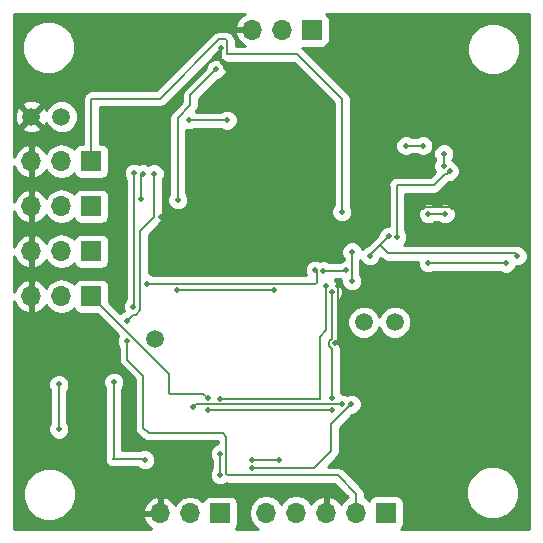
<source format=gbl>
G04 #@! TF.FileFunction,Copper,L2,Bot,Signal*
%FSLAX46Y46*%
G04 Gerber Fmt 4.6, Leading zero omitted, Abs format (unit mm)*
G04 Created by KiCad (PCBNEW 4.0.7) date 12/16/19 01:30:10*
%MOMM*%
%LPD*%
G01*
G04 APERTURE LIST*
%ADD10C,0.100000*%
%ADD11R,1.700000X1.700000*%
%ADD12O,1.700000X1.700000*%
%ADD13C,1.500000*%
%ADD14C,0.508000*%
%ADD15C,0.152400*%
%ADD16C,0.254000*%
G04 APERTURE END LIST*
D10*
D11*
X122585000Y-107550000D03*
D12*
X120045000Y-107550000D03*
X117505000Y-107550000D03*
D11*
X122585000Y-111360000D03*
D12*
X120045000Y-111360000D03*
X117505000Y-111360000D03*
D11*
X122585000Y-115170000D03*
D12*
X120045000Y-115170000D03*
X117505000Y-115170000D03*
D11*
X122585000Y-118980000D03*
D12*
X120045000Y-118980000D03*
X117505000Y-118980000D03*
D11*
X141260000Y-96430000D03*
D12*
X138720000Y-96430000D03*
X136180000Y-96430000D03*
D11*
X133485000Y-137370000D03*
D12*
X130945000Y-137370000D03*
X128405000Y-137370000D03*
D11*
X147550000Y-137325000D03*
D12*
X145010000Y-137325000D03*
X142470000Y-137325000D03*
X139930000Y-137325000D03*
X137390000Y-137325000D03*
D13*
X148275000Y-121175000D03*
X145650000Y-121175000D03*
X120050000Y-103775000D03*
X128000000Y-122625000D03*
X117500000Y-103775000D03*
D14*
X119825000Y-126450000D03*
X119825000Y-130225000D03*
X129830000Y-118440000D03*
X138010000Y-118440000D03*
X158380000Y-111450000D03*
X129840000Y-116690000D03*
X129910000Y-113300000D03*
X147250000Y-110550000D03*
X146350000Y-112150000D03*
X143250000Y-122950000D03*
X143475000Y-118125000D03*
X128800000Y-104250000D03*
X128475000Y-112300000D03*
X133600000Y-97975000D03*
X134025000Y-99675000D03*
X150650000Y-111450000D03*
X153100000Y-111400000D03*
X152410000Y-107960000D03*
X152410000Y-106900000D03*
X126780000Y-110780000D03*
X126940000Y-108600000D03*
X149225000Y-106225000D03*
X150650000Y-106225000D03*
X144650000Y-115225000D03*
X144625000Y-117675000D03*
X131225000Y-128350000D03*
X143825000Y-128125000D03*
X143775000Y-111825000D03*
X127275000Y-117925000D03*
X141525000Y-116775000D03*
X132460000Y-127620000D03*
X132430000Y-128630000D03*
X142970000Y-128640000D03*
X142970000Y-127580000D03*
X142980000Y-118610000D03*
X133150000Y-99780000D03*
X129890000Y-110800000D03*
X133480000Y-134110000D03*
X133490000Y-132310000D03*
X133490000Y-127640000D03*
X142490000Y-118090000D03*
X142200000Y-116825000D03*
X144125000Y-116800000D03*
X144575000Y-128125000D03*
X136200000Y-133550000D03*
X127920000Y-108590000D03*
X125600000Y-121070000D03*
X125610000Y-122800000D03*
X134100000Y-104075000D03*
X130825000Y-104050000D03*
X126225000Y-108575000D03*
X126125000Y-119875000D03*
X124475000Y-126275000D03*
X127125000Y-132825000D03*
X136225000Y-132850000D03*
X138500000Y-132875000D03*
X148460000Y-113940000D03*
X152910000Y-108410000D03*
X157675000Y-116200000D03*
X151100000Y-116150000D03*
X151125000Y-112000000D03*
X152550000Y-112000000D03*
X158650000Y-115550000D03*
X146175000Y-115550000D03*
X147775000Y-113900000D03*
D15*
X119825000Y-130225000D02*
X119825000Y-126450000D01*
X138010000Y-118440000D02*
X129830000Y-118440000D01*
X153100000Y-111400000D02*
X158330000Y-111400000D01*
X158330000Y-111400000D02*
X158380000Y-111450000D01*
X129910000Y-116620000D02*
X129910000Y-113300000D01*
X129840000Y-116690000D02*
X129910000Y-116620000D01*
X147250000Y-111250000D02*
X147250000Y-110550000D01*
X146350000Y-112150000D02*
X147250000Y-111250000D01*
X143500000Y-122700000D02*
X143250000Y-122950000D01*
X143500000Y-118150000D02*
X143500000Y-122700000D01*
X143475000Y-118125000D02*
X143500000Y-118150000D01*
X128800000Y-111975000D02*
X128800000Y-104250000D01*
X128475000Y-112300000D02*
X128800000Y-111975000D01*
X133600000Y-99250000D02*
X133600000Y-97975000D01*
X134025000Y-99675000D02*
X133600000Y-99250000D01*
X153050000Y-111450000D02*
X150650000Y-111450000D01*
X153100000Y-111400000D02*
X153050000Y-111450000D01*
X152410000Y-107960000D02*
X152410000Y-106900000D01*
X126780000Y-108760000D02*
X126780000Y-110780000D01*
X126940000Y-108600000D02*
X126780000Y-108760000D01*
X150650000Y-106225000D02*
X149225000Y-106225000D01*
X144650000Y-117650000D02*
X144650000Y-115225000D01*
X144625000Y-117675000D02*
X144650000Y-117650000D01*
X131225000Y-128350000D02*
X131450000Y-128125000D01*
X131450000Y-128125000D02*
X143825000Y-128125000D01*
X122585000Y-102290000D02*
X122585000Y-107550000D01*
X122625000Y-102250000D02*
X122585000Y-102290000D01*
X128375000Y-102250000D02*
X122625000Y-102250000D01*
X133400000Y-97225000D02*
X128375000Y-102250000D01*
X133950000Y-97225000D02*
X133400000Y-97225000D01*
X134100000Y-97375000D02*
X133950000Y-97225000D01*
X134100000Y-98475000D02*
X134100000Y-97375000D01*
X134125000Y-98500000D02*
X134100000Y-98475000D01*
X140025000Y-98500000D02*
X134125000Y-98500000D01*
X143825000Y-102300000D02*
X140025000Y-98500000D01*
X143825000Y-111775000D02*
X143825000Y-102300000D01*
X143775000Y-111825000D02*
X143825000Y-111775000D01*
X141550000Y-117925000D02*
X127275000Y-117925000D01*
X141650000Y-117825000D02*
X141550000Y-117925000D01*
X141650000Y-116900000D02*
X141650000Y-117825000D01*
X141525000Y-116775000D02*
X141650000Y-116900000D01*
X129200000Y-125595000D02*
X122585000Y-118980000D01*
X129200000Y-127180000D02*
X129200000Y-125595000D01*
X129260000Y-127240000D02*
X129200000Y-127180000D01*
X132080000Y-127240000D02*
X129260000Y-127240000D01*
X132460000Y-127620000D02*
X132080000Y-127240000D01*
X142960000Y-128630000D02*
X132430000Y-128630000D01*
X142970000Y-128640000D02*
X142960000Y-128630000D01*
X142970000Y-123440000D02*
X142970000Y-127580000D01*
X142740000Y-123210000D02*
X142970000Y-123440000D01*
X142740000Y-122750000D02*
X142740000Y-123210000D01*
X142920000Y-122570000D02*
X142740000Y-122750000D01*
X142920000Y-118670000D02*
X142920000Y-122570000D01*
X142980000Y-118610000D02*
X142920000Y-118670000D01*
X130980000Y-101950000D02*
X133150000Y-99780000D01*
X130980000Y-102790000D02*
X130980000Y-101950000D01*
X129890000Y-103880000D02*
X130980000Y-102790000D01*
X129890000Y-110800000D02*
X129890000Y-103880000D01*
X133480000Y-132320000D02*
X133480000Y-134110000D01*
X133490000Y-132310000D02*
X133480000Y-132320000D01*
X141920000Y-127640000D02*
X133490000Y-127640000D01*
X141950000Y-127610000D02*
X141920000Y-127640000D01*
X141950000Y-122400000D02*
X141950000Y-127610000D01*
X142470000Y-121880000D02*
X141950000Y-122400000D01*
X142470000Y-118110000D02*
X142470000Y-121880000D01*
X142490000Y-118090000D02*
X142470000Y-118110000D01*
X142200000Y-116825000D02*
X144150000Y-116825000D01*
X144150000Y-116825000D02*
X144125000Y-116800000D01*
X144575000Y-128125000D02*
X142900000Y-129800000D01*
X142900000Y-129800000D02*
X142900000Y-132125000D01*
X142900000Y-132125000D02*
X141475000Y-133550000D01*
X141475000Y-133550000D02*
X136200000Y-133550000D01*
X145010000Y-137325000D02*
X145010000Y-135700000D01*
X127920000Y-112300000D02*
X127920000Y-108590000D01*
X126740000Y-113480000D02*
X127920000Y-112300000D01*
X126740000Y-120180000D02*
X126740000Y-113480000D01*
X126390000Y-120530000D02*
X126740000Y-120180000D01*
X126140000Y-120530000D02*
X126390000Y-120530000D01*
X125600000Y-121070000D02*
X126140000Y-120530000D01*
X125610000Y-124340000D02*
X125610000Y-122800000D01*
X126980000Y-125710000D02*
X125610000Y-124340000D01*
X126980000Y-130100000D02*
X126980000Y-125710000D01*
X127440000Y-130560000D02*
X126980000Y-130100000D01*
X133710000Y-130560000D02*
X127440000Y-130560000D01*
X134010000Y-130860000D02*
X133710000Y-130560000D01*
X134010000Y-133990000D02*
X134010000Y-130860000D01*
X134160000Y-134140000D02*
X134010000Y-133990000D01*
X143450000Y-134140000D02*
X134160000Y-134140000D01*
X145010000Y-135700000D02*
X143450000Y-134140000D01*
X130850000Y-104075000D02*
X134100000Y-104075000D01*
X130825000Y-104050000D02*
X130850000Y-104075000D01*
X126225000Y-119775000D02*
X126225000Y-108575000D01*
X126125000Y-119875000D02*
X126225000Y-119775000D01*
X124475000Y-132700000D02*
X124475000Y-126275000D01*
X124425000Y-132750000D02*
X124475000Y-132700000D01*
X127050000Y-132750000D02*
X124425000Y-132750000D01*
X127125000Y-132825000D02*
X127050000Y-132750000D01*
X138475000Y-132850000D02*
X136225000Y-132850000D01*
X138500000Y-132875000D02*
X138475000Y-132850000D01*
X148460000Y-109610000D02*
X148460000Y-113940000D01*
X148430000Y-109580000D02*
X148460000Y-109610000D01*
X151590000Y-109580000D02*
X148430000Y-109580000D01*
X152570000Y-108600000D02*
X151590000Y-109580000D01*
X152720000Y-108600000D02*
X152570000Y-108600000D01*
X152910000Y-108410000D02*
X152720000Y-108600000D01*
X151150000Y-116200000D02*
X157675000Y-116200000D01*
X151100000Y-116150000D02*
X151150000Y-116200000D01*
X152550000Y-112000000D02*
X151125000Y-112000000D01*
X147012500Y-114662500D02*
X147700000Y-115350000D01*
X158450000Y-115350000D02*
X158650000Y-115550000D01*
X147700000Y-115350000D02*
X158450000Y-115350000D01*
X146175000Y-115500000D02*
X146175000Y-115550000D01*
X147775000Y-113900000D02*
X147012500Y-114662500D01*
X147012500Y-114662500D02*
X146175000Y-115500000D01*
D16*
G36*
X135413076Y-95158355D02*
X134984817Y-95548642D01*
X134738514Y-96073108D01*
X134859181Y-96303000D01*
X136053000Y-96303000D01*
X136053000Y-96283000D01*
X136307000Y-96283000D01*
X136307000Y-96303000D01*
X136327000Y-96303000D01*
X136327000Y-96557000D01*
X136307000Y-96557000D01*
X136307000Y-96577000D01*
X136053000Y-96577000D01*
X136053000Y-96557000D01*
X134859181Y-96557000D01*
X134738514Y-96786892D01*
X134984817Y-97311358D01*
X135413076Y-97701645D01*
X135623500Y-97788800D01*
X134811200Y-97788800D01*
X134811200Y-97375000D01*
X134757063Y-97102836D01*
X134757063Y-97102835D01*
X134602894Y-96872106D01*
X134452894Y-96722106D01*
X134222165Y-96567937D01*
X133950000Y-96513800D01*
X133400000Y-96513800D01*
X133182820Y-96557000D01*
X133127835Y-96567937D01*
X132897106Y-96722106D01*
X128080412Y-101538800D01*
X122625000Y-101538800D01*
X122352836Y-101592937D01*
X122122106Y-101747105D01*
X122082106Y-101787106D01*
X121927937Y-102017835D01*
X121874376Y-102287106D01*
X121873800Y-102290000D01*
X121873800Y-106052560D01*
X121735000Y-106052560D01*
X121499683Y-106096838D01*
X121283559Y-106235910D01*
X121138569Y-106448110D01*
X121124914Y-106515541D01*
X121095054Y-106470853D01*
X120613285Y-106148946D01*
X120045000Y-106035907D01*
X119476715Y-106148946D01*
X118994946Y-106470853D01*
X118767298Y-106811553D01*
X118700183Y-106668642D01*
X118271924Y-106278355D01*
X117861890Y-106108524D01*
X117632000Y-106229845D01*
X117632000Y-107423000D01*
X117652000Y-107423000D01*
X117652000Y-107677000D01*
X117632000Y-107677000D01*
X117632000Y-108870155D01*
X117861890Y-108991476D01*
X118271924Y-108821645D01*
X118700183Y-108431358D01*
X118767298Y-108288447D01*
X118994946Y-108629147D01*
X119476715Y-108951054D01*
X120045000Y-109064093D01*
X120613285Y-108951054D01*
X121095054Y-108629147D01*
X121122850Y-108587548D01*
X121131838Y-108635317D01*
X121270910Y-108851441D01*
X121483110Y-108996431D01*
X121735000Y-109047440D01*
X123435000Y-109047440D01*
X123670317Y-109003162D01*
X123886441Y-108864090D01*
X124031431Y-108651890D01*
X124082440Y-108400000D01*
X124082440Y-106700000D01*
X124038162Y-106464683D01*
X123899090Y-106248559D01*
X123686890Y-106103569D01*
X123435000Y-106052560D01*
X123296200Y-106052560D01*
X123296200Y-102961200D01*
X128375000Y-102961200D01*
X128647165Y-102907063D01*
X128877894Y-102752894D01*
X133388800Y-98241988D01*
X133388800Y-98475000D01*
X133442937Y-98747165D01*
X133597106Y-98977894D01*
X133622105Y-99002894D01*
X133776274Y-99105906D01*
X133852836Y-99157063D01*
X134125000Y-99211200D01*
X139730412Y-99211200D01*
X143113800Y-102594589D01*
X143113800Y-111228907D01*
X143021782Y-111320764D01*
X142886154Y-111647391D01*
X142885846Y-112001057D01*
X143020903Y-112327920D01*
X143270764Y-112578218D01*
X143597391Y-112713846D01*
X143951057Y-112714154D01*
X144277920Y-112579097D01*
X144528218Y-112329236D01*
X144663846Y-112002609D01*
X144664154Y-111648943D01*
X144536200Y-111339271D01*
X144536200Y-106401057D01*
X148335846Y-106401057D01*
X148470903Y-106727920D01*
X148720764Y-106978218D01*
X149047391Y-107113846D01*
X149401057Y-107114154D01*
X149727920Y-106979097D01*
X149770892Y-106936200D01*
X150103819Y-106936200D01*
X150145764Y-106978218D01*
X150472391Y-107113846D01*
X150826057Y-107114154D01*
X151152920Y-106979097D01*
X151403218Y-106729236D01*
X151538846Y-106402609D01*
X151539154Y-106048943D01*
X151404097Y-105722080D01*
X151154236Y-105471782D01*
X150827609Y-105336154D01*
X150473943Y-105335846D01*
X150147080Y-105470903D01*
X150104108Y-105513800D01*
X149771181Y-105513800D01*
X149729236Y-105471782D01*
X149402609Y-105336154D01*
X149048943Y-105335846D01*
X148722080Y-105470903D01*
X148471782Y-105720764D01*
X148336154Y-106047391D01*
X148335846Y-106401057D01*
X144536200Y-106401057D01*
X144536200Y-102300000D01*
X144482063Y-102027836D01*
X144448654Y-101977836D01*
X144327895Y-101797106D01*
X141013408Y-98482619D01*
X154374613Y-98482619D01*
X154714155Y-99304372D01*
X155342321Y-99933636D01*
X156163481Y-100274611D01*
X157052619Y-100275387D01*
X157874372Y-99935845D01*
X158503636Y-99307679D01*
X158844611Y-98486519D01*
X158845387Y-97597381D01*
X158505845Y-96775628D01*
X157877679Y-96146364D01*
X157056519Y-95805389D01*
X156167381Y-95804613D01*
X155345628Y-96144155D01*
X154716364Y-96772321D01*
X154375389Y-97593481D01*
X154374613Y-98482619D01*
X141013408Y-98482619D01*
X140527894Y-97997106D01*
X140423632Y-97927440D01*
X142110000Y-97927440D01*
X142345317Y-97883162D01*
X142561441Y-97744090D01*
X142706431Y-97531890D01*
X142757440Y-97280000D01*
X142757440Y-95580000D01*
X142713162Y-95344683D01*
X142574090Y-95128559D01*
X142488386Y-95070000D01*
X159655000Y-95070000D01*
X159655000Y-138650000D01*
X148834486Y-138650000D01*
X148851441Y-138639090D01*
X148996431Y-138426890D01*
X149047440Y-138175000D01*
X149047440Y-136475000D01*
X149003162Y-136239683D01*
X148889225Y-136062619D01*
X154324613Y-136062619D01*
X154664155Y-136884372D01*
X155292321Y-137513636D01*
X156113481Y-137854611D01*
X157002619Y-137855387D01*
X157824372Y-137515845D01*
X158453636Y-136887679D01*
X158794611Y-136066519D01*
X158795387Y-135177381D01*
X158455845Y-134355628D01*
X157827679Y-133726364D01*
X157006519Y-133385389D01*
X156117381Y-133384613D01*
X155295628Y-133724155D01*
X154666364Y-134352321D01*
X154325389Y-135173481D01*
X154324613Y-136062619D01*
X148889225Y-136062619D01*
X148864090Y-136023559D01*
X148651890Y-135878569D01*
X148400000Y-135827560D01*
X146700000Y-135827560D01*
X146464683Y-135871838D01*
X146248559Y-136010910D01*
X146103569Y-136223110D01*
X146089914Y-136290541D01*
X146060054Y-136245853D01*
X145721200Y-136019439D01*
X145721200Y-135700000D01*
X145667063Y-135427836D01*
X145667063Y-135427835D01*
X145512894Y-135197106D01*
X143952894Y-133637106D01*
X143722165Y-133482937D01*
X143450000Y-133428800D01*
X142601988Y-133428800D01*
X143402894Y-132627895D01*
X143557062Y-132397165D01*
X143557063Y-132397164D01*
X143611200Y-132125000D01*
X143611200Y-130094588D01*
X144691686Y-129014102D01*
X144751057Y-129014154D01*
X145077920Y-128879097D01*
X145328218Y-128629236D01*
X145463846Y-128302609D01*
X145464154Y-127948943D01*
X145329097Y-127622080D01*
X145079236Y-127371782D01*
X144752609Y-127236154D01*
X144398943Y-127235846D01*
X144199915Y-127318083D01*
X144002609Y-127236154D01*
X143789748Y-127235969D01*
X143724097Y-127077080D01*
X143681200Y-127034108D01*
X143681200Y-123440000D01*
X143627063Y-123167836D01*
X143627063Y-123167835D01*
X143493260Y-122967585D01*
X143577062Y-122842165D01*
X143577063Y-122842164D01*
X143631200Y-122570000D01*
X143631200Y-121449285D01*
X144264760Y-121449285D01*
X144475169Y-121958515D01*
X144864436Y-122348461D01*
X145373298Y-122559759D01*
X145924285Y-122560240D01*
X146433515Y-122349831D01*
X146823461Y-121960564D01*
X146962581Y-121625526D01*
X147100169Y-121958515D01*
X147489436Y-122348461D01*
X147998298Y-122559759D01*
X148549285Y-122560240D01*
X149058515Y-122349831D01*
X149448461Y-121960564D01*
X149659759Y-121451702D01*
X149660240Y-120900715D01*
X149449831Y-120391485D01*
X149060564Y-120001539D01*
X148551702Y-119790241D01*
X148000715Y-119789760D01*
X147491485Y-120000169D01*
X147101539Y-120389436D01*
X146962419Y-120724474D01*
X146824831Y-120391485D01*
X146435564Y-120001539D01*
X145926702Y-119790241D01*
X145375715Y-119789760D01*
X144866485Y-120000169D01*
X144476539Y-120389436D01*
X144265241Y-120898298D01*
X144264760Y-121449285D01*
X143631200Y-121449285D01*
X143631200Y-119216076D01*
X143733218Y-119114236D01*
X143868846Y-118787609D01*
X143869154Y-118433943D01*
X143734097Y-118107080D01*
X143484236Y-117856782D01*
X143328881Y-117792273D01*
X143244097Y-117587080D01*
X143193306Y-117536200D01*
X143603776Y-117536200D01*
X143620764Y-117553218D01*
X143736064Y-117601095D01*
X143735846Y-117851057D01*
X143870903Y-118177920D01*
X144120764Y-118428218D01*
X144447391Y-118563846D01*
X144801057Y-118564154D01*
X145127920Y-118429097D01*
X145378218Y-118179236D01*
X145513846Y-117852609D01*
X145514154Y-117498943D01*
X145379097Y-117172080D01*
X145361200Y-117154152D01*
X145361200Y-115908428D01*
X145420903Y-116052920D01*
X145670764Y-116303218D01*
X145997391Y-116438846D01*
X146351057Y-116439154D01*
X146677920Y-116304097D01*
X146928218Y-116054236D01*
X147063846Y-115727609D01*
X147063853Y-115719641D01*
X147197106Y-115852894D01*
X147427835Y-116007063D01*
X147700000Y-116061200D01*
X150211077Y-116061200D01*
X150210846Y-116326057D01*
X150345903Y-116652920D01*
X150595764Y-116903218D01*
X150922391Y-117038846D01*
X151276057Y-117039154D01*
X151585729Y-116911200D01*
X157128819Y-116911200D01*
X157170764Y-116953218D01*
X157497391Y-117088846D01*
X157851057Y-117089154D01*
X158177920Y-116954097D01*
X158428218Y-116704236D01*
X158538394Y-116438903D01*
X158826057Y-116439154D01*
X159152920Y-116304097D01*
X159403218Y-116054236D01*
X159538846Y-115727609D01*
X159539154Y-115373943D01*
X159404097Y-115047080D01*
X159154236Y-114796782D01*
X158827609Y-114661154D01*
X158561215Y-114660922D01*
X158450000Y-114638800D01*
X149018314Y-114638800D01*
X149213218Y-114444236D01*
X149348846Y-114117609D01*
X149349154Y-113763943D01*
X149214097Y-113437080D01*
X149171200Y-113394108D01*
X149171200Y-112176057D01*
X150235846Y-112176057D01*
X150370903Y-112502920D01*
X150620764Y-112753218D01*
X150947391Y-112888846D01*
X151301057Y-112889154D01*
X151627920Y-112754097D01*
X151670892Y-112711200D01*
X152003819Y-112711200D01*
X152045764Y-112753218D01*
X152372391Y-112888846D01*
X152726057Y-112889154D01*
X153052920Y-112754097D01*
X153303218Y-112504236D01*
X153438846Y-112177609D01*
X153439154Y-111823943D01*
X153304097Y-111497080D01*
X153054236Y-111246782D01*
X152727609Y-111111154D01*
X152373943Y-111110846D01*
X152047080Y-111245903D01*
X152004108Y-111288800D01*
X151671181Y-111288800D01*
X151629236Y-111246782D01*
X151302609Y-111111154D01*
X150948943Y-111110846D01*
X150622080Y-111245903D01*
X150371782Y-111495764D01*
X150236154Y-111822391D01*
X150235846Y-112176057D01*
X149171200Y-112176057D01*
X149171200Y-110291200D01*
X151590000Y-110291200D01*
X151862165Y-110237063D01*
X152092894Y-110082894D01*
X152876817Y-109298972D01*
X153086057Y-109299154D01*
X153412920Y-109164097D01*
X153663218Y-108914236D01*
X153798846Y-108587609D01*
X153799154Y-108233943D01*
X153664097Y-107907080D01*
X153414236Y-107656782D01*
X153211896Y-107572763D01*
X153164097Y-107457080D01*
X153137236Y-107430172D01*
X153163218Y-107404236D01*
X153298846Y-107077609D01*
X153299154Y-106723943D01*
X153164097Y-106397080D01*
X152914236Y-106146782D01*
X152587609Y-106011154D01*
X152233943Y-106010846D01*
X151907080Y-106145903D01*
X151656782Y-106395764D01*
X151521154Y-106722391D01*
X151520846Y-107076057D01*
X151655903Y-107402920D01*
X151682764Y-107429828D01*
X151656782Y-107455764D01*
X151521154Y-107782391D01*
X151520846Y-108136057D01*
X151655903Y-108462920D01*
X151678577Y-108485634D01*
X151295412Y-108868800D01*
X148430000Y-108868800D01*
X148157835Y-108922937D01*
X147927106Y-109077106D01*
X147772937Y-109307835D01*
X147718800Y-109580000D01*
X147748800Y-109730820D01*
X147748800Y-113010977D01*
X147598943Y-113010846D01*
X147272080Y-113145903D01*
X147021782Y-113395764D01*
X146886154Y-113722391D01*
X146886101Y-113783111D01*
X146008358Y-114660854D01*
X145998943Y-114660846D01*
X145672080Y-114795903D01*
X145503949Y-114963740D01*
X145404097Y-114722080D01*
X145154236Y-114471782D01*
X144827609Y-114336154D01*
X144473943Y-114335846D01*
X144147080Y-114470903D01*
X143896782Y-114720764D01*
X143761154Y-115047391D01*
X143760846Y-115401057D01*
X143895903Y-115727920D01*
X143938800Y-115770892D01*
X143938800Y-115915037D01*
X143622080Y-116045903D01*
X143554064Y-116113800D01*
X142746181Y-116113800D01*
X142704236Y-116071782D01*
X142377609Y-115936154D01*
X142023943Y-115935846D01*
X141922862Y-115977612D01*
X141702609Y-115886154D01*
X141348943Y-115885846D01*
X141022080Y-116020903D01*
X140771782Y-116270764D01*
X140636154Y-116597391D01*
X140635846Y-116951057D01*
X140744409Y-117213800D01*
X127821181Y-117213800D01*
X127779236Y-117171782D01*
X127452609Y-117036154D01*
X127451200Y-117036153D01*
X127451200Y-113774588D01*
X128422894Y-112802894D01*
X128577063Y-112572165D01*
X128631200Y-112300000D01*
X128631200Y-110976057D01*
X129000846Y-110976057D01*
X129135903Y-111302920D01*
X129385764Y-111553218D01*
X129712391Y-111688846D01*
X130066057Y-111689154D01*
X130392920Y-111554097D01*
X130643218Y-111304236D01*
X130778846Y-110977609D01*
X130779154Y-110623943D01*
X130644097Y-110297080D01*
X130601200Y-110254108D01*
X130601200Y-104919666D01*
X130647391Y-104938846D01*
X131001057Y-104939154D01*
X131327920Y-104804097D01*
X131345848Y-104786200D01*
X133553819Y-104786200D01*
X133595764Y-104828218D01*
X133922391Y-104963846D01*
X134276057Y-104964154D01*
X134602920Y-104829097D01*
X134853218Y-104579236D01*
X134988846Y-104252609D01*
X134989154Y-103898943D01*
X134854097Y-103572080D01*
X134604236Y-103321782D01*
X134277609Y-103186154D01*
X133923943Y-103185846D01*
X133597080Y-103320903D01*
X133554108Y-103363800D01*
X131411988Y-103363800D01*
X131482894Y-103292894D01*
X131637063Y-103062165D01*
X131691200Y-102790000D01*
X131691200Y-102244588D01*
X133266687Y-100669102D01*
X133326057Y-100669154D01*
X133652920Y-100534097D01*
X133903218Y-100284236D01*
X134038846Y-99957609D01*
X134039154Y-99603943D01*
X133904097Y-99277080D01*
X133654236Y-99026782D01*
X133327609Y-98891154D01*
X132973943Y-98890846D01*
X132647080Y-99025903D01*
X132396782Y-99275764D01*
X132261154Y-99602391D01*
X132261101Y-99663110D01*
X130477106Y-101447106D01*
X130322937Y-101677835D01*
X130322937Y-101677836D01*
X130268800Y-101950000D01*
X130268800Y-102495412D01*
X129387106Y-103377106D01*
X129232937Y-103607835D01*
X129232937Y-103607836D01*
X129178800Y-103880000D01*
X129178800Y-110253819D01*
X129136782Y-110295764D01*
X129001154Y-110622391D01*
X129000846Y-110976057D01*
X128631200Y-110976057D01*
X128631200Y-109136181D01*
X128673218Y-109094236D01*
X128808846Y-108767609D01*
X128809154Y-108413943D01*
X128674097Y-108087080D01*
X128424236Y-107836782D01*
X128097609Y-107701154D01*
X127743943Y-107700846D01*
X127417559Y-107835705D01*
X127117609Y-107711154D01*
X126763943Y-107710846D01*
X126612635Y-107773365D01*
X126402609Y-107686154D01*
X126048943Y-107685846D01*
X125722080Y-107820903D01*
X125471782Y-108070764D01*
X125336154Y-108397391D01*
X125335846Y-108751057D01*
X125470903Y-109077920D01*
X125513800Y-109120892D01*
X125513800Y-119228994D01*
X125371782Y-119370764D01*
X125236154Y-119697391D01*
X125235846Y-120051057D01*
X125309083Y-120228305D01*
X125097080Y-120315903D01*
X125011811Y-120401023D01*
X124082440Y-119471652D01*
X124082440Y-118130000D01*
X124038162Y-117894683D01*
X123899090Y-117678559D01*
X123686890Y-117533569D01*
X123435000Y-117482560D01*
X121735000Y-117482560D01*
X121499683Y-117526838D01*
X121283559Y-117665910D01*
X121138569Y-117878110D01*
X121124914Y-117945541D01*
X121095054Y-117900853D01*
X120613285Y-117578946D01*
X120045000Y-117465907D01*
X119476715Y-117578946D01*
X118994946Y-117900853D01*
X118767298Y-118241553D01*
X118700183Y-118098642D01*
X118271924Y-117708355D01*
X117861890Y-117538524D01*
X117632000Y-117659845D01*
X117632000Y-118853000D01*
X117652000Y-118853000D01*
X117652000Y-119107000D01*
X117632000Y-119107000D01*
X117632000Y-120300155D01*
X117861890Y-120421476D01*
X118271924Y-120251645D01*
X118700183Y-119861358D01*
X118767298Y-119718447D01*
X118994946Y-120059147D01*
X119476715Y-120381054D01*
X120045000Y-120494093D01*
X120613285Y-120381054D01*
X121095054Y-120059147D01*
X121122850Y-120017548D01*
X121131838Y-120065317D01*
X121270910Y-120281441D01*
X121483110Y-120426431D01*
X121735000Y-120477440D01*
X123076652Y-120477440D01*
X124875895Y-122276684D01*
X124856782Y-122295764D01*
X124721154Y-122622391D01*
X124720846Y-122976057D01*
X124855903Y-123302920D01*
X124898800Y-123345892D01*
X124898800Y-124340000D01*
X124952937Y-124612165D01*
X125107106Y-124842894D01*
X126268800Y-126004589D01*
X126268800Y-130100000D01*
X126322937Y-130372165D01*
X126477106Y-130602894D01*
X126937105Y-131062894D01*
X127167835Y-131217063D01*
X127212990Y-131226045D01*
X127440000Y-131271200D01*
X133298800Y-131271200D01*
X133298800Y-131427103D01*
X132987080Y-131555903D01*
X132736782Y-131805764D01*
X132601154Y-132132391D01*
X132600846Y-132486057D01*
X132735903Y-132812920D01*
X132768800Y-132845875D01*
X132768800Y-133563819D01*
X132726782Y-133605764D01*
X132591154Y-133932391D01*
X132590846Y-134286057D01*
X132725903Y-134612920D01*
X132975764Y-134863218D01*
X133302391Y-134998846D01*
X133656057Y-134999154D01*
X133982920Y-134864097D01*
X134023115Y-134823972D01*
X134160000Y-134851200D01*
X143155412Y-134851200D01*
X144298800Y-135994588D01*
X144298800Y-136019439D01*
X143959946Y-136245853D01*
X143732298Y-136586553D01*
X143665183Y-136443642D01*
X143236924Y-136053355D01*
X142826890Y-135883524D01*
X142597000Y-136004845D01*
X142597000Y-137198000D01*
X142617000Y-137198000D01*
X142617000Y-137452000D01*
X142597000Y-137452000D01*
X142597000Y-137472000D01*
X142343000Y-137472000D01*
X142343000Y-137452000D01*
X142323000Y-137452000D01*
X142323000Y-137198000D01*
X142343000Y-137198000D01*
X142343000Y-136004845D01*
X142113110Y-135883524D01*
X141703076Y-136053355D01*
X141274817Y-136443642D01*
X141207702Y-136586553D01*
X140980054Y-136245853D01*
X140498285Y-135923946D01*
X139930000Y-135810907D01*
X139361715Y-135923946D01*
X138879946Y-136245853D01*
X138660000Y-136575026D01*
X138440054Y-136245853D01*
X137958285Y-135923946D01*
X137390000Y-135810907D01*
X136821715Y-135923946D01*
X136339946Y-136245853D01*
X136018039Y-136727622D01*
X135905000Y-137295907D01*
X135905000Y-137354093D01*
X136018039Y-137922378D01*
X136339946Y-138404147D01*
X136707892Y-138650000D01*
X134809734Y-138650000D01*
X134931431Y-138471890D01*
X134982440Y-138220000D01*
X134982440Y-136520000D01*
X134938162Y-136284683D01*
X134799090Y-136068559D01*
X134586890Y-135923569D01*
X134335000Y-135872560D01*
X132635000Y-135872560D01*
X132399683Y-135916838D01*
X132183559Y-136055910D01*
X132038569Y-136268110D01*
X132024914Y-136335541D01*
X131995054Y-136290853D01*
X131513285Y-135968946D01*
X130945000Y-135855907D01*
X130376715Y-135968946D01*
X129894946Y-136290853D01*
X129667298Y-136631553D01*
X129600183Y-136488642D01*
X129171924Y-136098355D01*
X128761890Y-135928524D01*
X128532000Y-136049845D01*
X128532000Y-137243000D01*
X128552000Y-137243000D01*
X128552000Y-137497000D01*
X128532000Y-137497000D01*
X128532000Y-137517000D01*
X128278000Y-137517000D01*
X128278000Y-137497000D01*
X127084181Y-137497000D01*
X126963514Y-137726892D01*
X127209817Y-138251358D01*
X127638076Y-138641645D01*
X127658248Y-138650000D01*
X116075000Y-138650000D01*
X116075000Y-136182619D01*
X116784613Y-136182619D01*
X117124155Y-137004372D01*
X117752321Y-137633636D01*
X118573481Y-137974611D01*
X119462619Y-137975387D01*
X120284372Y-137635845D01*
X120908197Y-137013108D01*
X126963514Y-137013108D01*
X127084181Y-137243000D01*
X128278000Y-137243000D01*
X128278000Y-136049845D01*
X128048110Y-135928524D01*
X127638076Y-136098355D01*
X127209817Y-136488642D01*
X126963514Y-137013108D01*
X120908197Y-137013108D01*
X120913636Y-137007679D01*
X121254611Y-136186519D01*
X121255387Y-135297381D01*
X120915845Y-134475628D01*
X120287679Y-133846364D01*
X119466519Y-133505389D01*
X118577381Y-133504613D01*
X117755628Y-133844155D01*
X117126364Y-134472321D01*
X116785389Y-135293481D01*
X116784613Y-136182619D01*
X116075000Y-136182619D01*
X116075000Y-126626057D01*
X118935846Y-126626057D01*
X119070903Y-126952920D01*
X119113800Y-126995892D01*
X119113800Y-129678819D01*
X119071782Y-129720764D01*
X118936154Y-130047391D01*
X118935846Y-130401057D01*
X119070903Y-130727920D01*
X119320764Y-130978218D01*
X119647391Y-131113846D01*
X120001057Y-131114154D01*
X120327920Y-130979097D01*
X120578218Y-130729236D01*
X120713846Y-130402609D01*
X120714154Y-130048943D01*
X120579097Y-129722080D01*
X120536200Y-129679108D01*
X120536200Y-126996181D01*
X120578218Y-126954236D01*
X120713846Y-126627609D01*
X120713999Y-126451057D01*
X123585846Y-126451057D01*
X123720903Y-126777920D01*
X123763800Y-126820892D01*
X123763800Y-132498633D01*
X123713800Y-132750000D01*
X123767937Y-133022165D01*
X123922106Y-133252894D01*
X124152835Y-133407063D01*
X124425000Y-133461200D01*
X126503950Y-133461200D01*
X126620764Y-133578218D01*
X126947391Y-133713846D01*
X127301057Y-133714154D01*
X127627920Y-133579097D01*
X127878218Y-133329236D01*
X128013846Y-133002609D01*
X128014154Y-132648943D01*
X127879097Y-132322080D01*
X127629236Y-132071782D01*
X127302609Y-131936154D01*
X126948943Y-131935846D01*
X126699775Y-132038800D01*
X125186200Y-132038800D01*
X125186200Y-126821181D01*
X125228218Y-126779236D01*
X125363846Y-126452609D01*
X125364154Y-126098943D01*
X125229097Y-125772080D01*
X124979236Y-125521782D01*
X124652609Y-125386154D01*
X124298943Y-125385846D01*
X123972080Y-125520903D01*
X123721782Y-125770764D01*
X123586154Y-126097391D01*
X123585846Y-126451057D01*
X120713999Y-126451057D01*
X120714154Y-126273943D01*
X120579097Y-125947080D01*
X120329236Y-125696782D01*
X120002609Y-125561154D01*
X119648943Y-125560846D01*
X119322080Y-125695903D01*
X119071782Y-125945764D01*
X118936154Y-126272391D01*
X118935846Y-126626057D01*
X116075000Y-126626057D01*
X116075000Y-119361350D01*
X116309817Y-119861358D01*
X116738076Y-120251645D01*
X117148110Y-120421476D01*
X117378000Y-120300155D01*
X117378000Y-119107000D01*
X117358000Y-119107000D01*
X117358000Y-118853000D01*
X117378000Y-118853000D01*
X117378000Y-117659845D01*
X117148110Y-117538524D01*
X116738076Y-117708355D01*
X116309817Y-118098642D01*
X116075000Y-118598650D01*
X116075000Y-115551350D01*
X116309817Y-116051358D01*
X116738076Y-116441645D01*
X117148110Y-116611476D01*
X117378000Y-116490155D01*
X117378000Y-115297000D01*
X117358000Y-115297000D01*
X117358000Y-115043000D01*
X117378000Y-115043000D01*
X117378000Y-113849845D01*
X117632000Y-113849845D01*
X117632000Y-115043000D01*
X117652000Y-115043000D01*
X117652000Y-115297000D01*
X117632000Y-115297000D01*
X117632000Y-116490155D01*
X117861890Y-116611476D01*
X118271924Y-116441645D01*
X118700183Y-116051358D01*
X118767298Y-115908447D01*
X118994946Y-116249147D01*
X119476715Y-116571054D01*
X120045000Y-116684093D01*
X120613285Y-116571054D01*
X121095054Y-116249147D01*
X121122850Y-116207548D01*
X121131838Y-116255317D01*
X121270910Y-116471441D01*
X121483110Y-116616431D01*
X121735000Y-116667440D01*
X123435000Y-116667440D01*
X123670317Y-116623162D01*
X123886441Y-116484090D01*
X124031431Y-116271890D01*
X124082440Y-116020000D01*
X124082440Y-114320000D01*
X124038162Y-114084683D01*
X123899090Y-113868559D01*
X123686890Y-113723569D01*
X123435000Y-113672560D01*
X121735000Y-113672560D01*
X121499683Y-113716838D01*
X121283559Y-113855910D01*
X121138569Y-114068110D01*
X121124914Y-114135541D01*
X121095054Y-114090853D01*
X120613285Y-113768946D01*
X120045000Y-113655907D01*
X119476715Y-113768946D01*
X118994946Y-114090853D01*
X118767298Y-114431553D01*
X118700183Y-114288642D01*
X118271924Y-113898355D01*
X117861890Y-113728524D01*
X117632000Y-113849845D01*
X117378000Y-113849845D01*
X117148110Y-113728524D01*
X116738076Y-113898355D01*
X116309817Y-114288642D01*
X116075000Y-114788650D01*
X116075000Y-111741350D01*
X116309817Y-112241358D01*
X116738076Y-112631645D01*
X117148110Y-112801476D01*
X117378000Y-112680155D01*
X117378000Y-111487000D01*
X117358000Y-111487000D01*
X117358000Y-111233000D01*
X117378000Y-111233000D01*
X117378000Y-110039845D01*
X117632000Y-110039845D01*
X117632000Y-111233000D01*
X117652000Y-111233000D01*
X117652000Y-111487000D01*
X117632000Y-111487000D01*
X117632000Y-112680155D01*
X117861890Y-112801476D01*
X118271924Y-112631645D01*
X118700183Y-112241358D01*
X118767298Y-112098447D01*
X118994946Y-112439147D01*
X119476715Y-112761054D01*
X120045000Y-112874093D01*
X120613285Y-112761054D01*
X121095054Y-112439147D01*
X121122850Y-112397548D01*
X121131838Y-112445317D01*
X121270910Y-112661441D01*
X121483110Y-112806431D01*
X121735000Y-112857440D01*
X123435000Y-112857440D01*
X123670317Y-112813162D01*
X123886441Y-112674090D01*
X124031431Y-112461890D01*
X124082440Y-112210000D01*
X124082440Y-110510000D01*
X124038162Y-110274683D01*
X123899090Y-110058559D01*
X123686890Y-109913569D01*
X123435000Y-109862560D01*
X121735000Y-109862560D01*
X121499683Y-109906838D01*
X121283559Y-110045910D01*
X121138569Y-110258110D01*
X121124914Y-110325541D01*
X121095054Y-110280853D01*
X120613285Y-109958946D01*
X120045000Y-109845907D01*
X119476715Y-109958946D01*
X118994946Y-110280853D01*
X118767298Y-110621553D01*
X118700183Y-110478642D01*
X118271924Y-110088355D01*
X117861890Y-109918524D01*
X117632000Y-110039845D01*
X117378000Y-110039845D01*
X117148110Y-109918524D01*
X116738076Y-110088355D01*
X116309817Y-110478642D01*
X116075000Y-110978650D01*
X116075000Y-107931350D01*
X116309817Y-108431358D01*
X116738076Y-108821645D01*
X117148110Y-108991476D01*
X117378000Y-108870155D01*
X117378000Y-107677000D01*
X117358000Y-107677000D01*
X117358000Y-107423000D01*
X117378000Y-107423000D01*
X117378000Y-106229845D01*
X117148110Y-106108524D01*
X116738076Y-106278355D01*
X116309817Y-106668642D01*
X116075000Y-107168650D01*
X116075000Y-104746517D01*
X116708088Y-104746517D01*
X116776077Y-104987460D01*
X117295171Y-105172201D01*
X117845448Y-105144230D01*
X118223923Y-104987460D01*
X118291912Y-104746517D01*
X117500000Y-103954605D01*
X116708088Y-104746517D01*
X116075000Y-104746517D01*
X116075000Y-103570171D01*
X116102799Y-103570171D01*
X116130770Y-104120448D01*
X116287540Y-104498923D01*
X116528483Y-104566912D01*
X117320395Y-103775000D01*
X117679605Y-103775000D01*
X118471517Y-104566912D01*
X118712460Y-104498923D01*
X118776359Y-104319376D01*
X118875169Y-104558515D01*
X119264436Y-104948461D01*
X119773298Y-105159759D01*
X120324285Y-105160240D01*
X120833515Y-104949831D01*
X121223461Y-104560564D01*
X121434759Y-104051702D01*
X121435240Y-103500715D01*
X121224831Y-102991485D01*
X120835564Y-102601539D01*
X120326702Y-102390241D01*
X119775715Y-102389760D01*
X119266485Y-102600169D01*
X118876539Y-102989436D01*
X118781616Y-103218035D01*
X118712460Y-103051077D01*
X118471517Y-102983088D01*
X117679605Y-103775000D01*
X117320395Y-103775000D01*
X116528483Y-102983088D01*
X116287540Y-103051077D01*
X116102799Y-103570171D01*
X116075000Y-103570171D01*
X116075000Y-102803483D01*
X116708088Y-102803483D01*
X117500000Y-103595395D01*
X118291912Y-102803483D01*
X118223923Y-102562540D01*
X117704829Y-102377799D01*
X117154552Y-102405770D01*
X116776077Y-102562540D01*
X116708088Y-102803483D01*
X116075000Y-102803483D01*
X116075000Y-98352619D01*
X116704613Y-98352619D01*
X117044155Y-99174372D01*
X117672321Y-99803636D01*
X118493481Y-100144611D01*
X119382619Y-100145387D01*
X120204372Y-99805845D01*
X120833636Y-99177679D01*
X121174611Y-98356519D01*
X121175387Y-97467381D01*
X120835845Y-96645628D01*
X120207679Y-96016364D01*
X119386519Y-95675389D01*
X118497381Y-95674613D01*
X117675628Y-96014155D01*
X117046364Y-96642321D01*
X116705389Y-97463481D01*
X116704613Y-98352619D01*
X116075000Y-98352619D01*
X116075000Y-95070000D01*
X135626397Y-95070000D01*
X135413076Y-95158355D01*
X135413076Y-95158355D01*
G37*
X135413076Y-95158355D02*
X134984817Y-95548642D01*
X134738514Y-96073108D01*
X134859181Y-96303000D01*
X136053000Y-96303000D01*
X136053000Y-96283000D01*
X136307000Y-96283000D01*
X136307000Y-96303000D01*
X136327000Y-96303000D01*
X136327000Y-96557000D01*
X136307000Y-96557000D01*
X136307000Y-96577000D01*
X136053000Y-96577000D01*
X136053000Y-96557000D01*
X134859181Y-96557000D01*
X134738514Y-96786892D01*
X134984817Y-97311358D01*
X135413076Y-97701645D01*
X135623500Y-97788800D01*
X134811200Y-97788800D01*
X134811200Y-97375000D01*
X134757063Y-97102836D01*
X134757063Y-97102835D01*
X134602894Y-96872106D01*
X134452894Y-96722106D01*
X134222165Y-96567937D01*
X133950000Y-96513800D01*
X133400000Y-96513800D01*
X133182820Y-96557000D01*
X133127835Y-96567937D01*
X132897106Y-96722106D01*
X128080412Y-101538800D01*
X122625000Y-101538800D01*
X122352836Y-101592937D01*
X122122106Y-101747105D01*
X122082106Y-101787106D01*
X121927937Y-102017835D01*
X121874376Y-102287106D01*
X121873800Y-102290000D01*
X121873800Y-106052560D01*
X121735000Y-106052560D01*
X121499683Y-106096838D01*
X121283559Y-106235910D01*
X121138569Y-106448110D01*
X121124914Y-106515541D01*
X121095054Y-106470853D01*
X120613285Y-106148946D01*
X120045000Y-106035907D01*
X119476715Y-106148946D01*
X118994946Y-106470853D01*
X118767298Y-106811553D01*
X118700183Y-106668642D01*
X118271924Y-106278355D01*
X117861890Y-106108524D01*
X117632000Y-106229845D01*
X117632000Y-107423000D01*
X117652000Y-107423000D01*
X117652000Y-107677000D01*
X117632000Y-107677000D01*
X117632000Y-108870155D01*
X117861890Y-108991476D01*
X118271924Y-108821645D01*
X118700183Y-108431358D01*
X118767298Y-108288447D01*
X118994946Y-108629147D01*
X119476715Y-108951054D01*
X120045000Y-109064093D01*
X120613285Y-108951054D01*
X121095054Y-108629147D01*
X121122850Y-108587548D01*
X121131838Y-108635317D01*
X121270910Y-108851441D01*
X121483110Y-108996431D01*
X121735000Y-109047440D01*
X123435000Y-109047440D01*
X123670317Y-109003162D01*
X123886441Y-108864090D01*
X124031431Y-108651890D01*
X124082440Y-108400000D01*
X124082440Y-106700000D01*
X124038162Y-106464683D01*
X123899090Y-106248559D01*
X123686890Y-106103569D01*
X123435000Y-106052560D01*
X123296200Y-106052560D01*
X123296200Y-102961200D01*
X128375000Y-102961200D01*
X128647165Y-102907063D01*
X128877894Y-102752894D01*
X133388800Y-98241988D01*
X133388800Y-98475000D01*
X133442937Y-98747165D01*
X133597106Y-98977894D01*
X133622105Y-99002894D01*
X133776274Y-99105906D01*
X133852836Y-99157063D01*
X134125000Y-99211200D01*
X139730412Y-99211200D01*
X143113800Y-102594589D01*
X143113800Y-111228907D01*
X143021782Y-111320764D01*
X142886154Y-111647391D01*
X142885846Y-112001057D01*
X143020903Y-112327920D01*
X143270764Y-112578218D01*
X143597391Y-112713846D01*
X143951057Y-112714154D01*
X144277920Y-112579097D01*
X144528218Y-112329236D01*
X144663846Y-112002609D01*
X144664154Y-111648943D01*
X144536200Y-111339271D01*
X144536200Y-106401057D01*
X148335846Y-106401057D01*
X148470903Y-106727920D01*
X148720764Y-106978218D01*
X149047391Y-107113846D01*
X149401057Y-107114154D01*
X149727920Y-106979097D01*
X149770892Y-106936200D01*
X150103819Y-106936200D01*
X150145764Y-106978218D01*
X150472391Y-107113846D01*
X150826057Y-107114154D01*
X151152920Y-106979097D01*
X151403218Y-106729236D01*
X151538846Y-106402609D01*
X151539154Y-106048943D01*
X151404097Y-105722080D01*
X151154236Y-105471782D01*
X150827609Y-105336154D01*
X150473943Y-105335846D01*
X150147080Y-105470903D01*
X150104108Y-105513800D01*
X149771181Y-105513800D01*
X149729236Y-105471782D01*
X149402609Y-105336154D01*
X149048943Y-105335846D01*
X148722080Y-105470903D01*
X148471782Y-105720764D01*
X148336154Y-106047391D01*
X148335846Y-106401057D01*
X144536200Y-106401057D01*
X144536200Y-102300000D01*
X144482063Y-102027836D01*
X144448654Y-101977836D01*
X144327895Y-101797106D01*
X141013408Y-98482619D01*
X154374613Y-98482619D01*
X154714155Y-99304372D01*
X155342321Y-99933636D01*
X156163481Y-100274611D01*
X157052619Y-100275387D01*
X157874372Y-99935845D01*
X158503636Y-99307679D01*
X158844611Y-98486519D01*
X158845387Y-97597381D01*
X158505845Y-96775628D01*
X157877679Y-96146364D01*
X157056519Y-95805389D01*
X156167381Y-95804613D01*
X155345628Y-96144155D01*
X154716364Y-96772321D01*
X154375389Y-97593481D01*
X154374613Y-98482619D01*
X141013408Y-98482619D01*
X140527894Y-97997106D01*
X140423632Y-97927440D01*
X142110000Y-97927440D01*
X142345317Y-97883162D01*
X142561441Y-97744090D01*
X142706431Y-97531890D01*
X142757440Y-97280000D01*
X142757440Y-95580000D01*
X142713162Y-95344683D01*
X142574090Y-95128559D01*
X142488386Y-95070000D01*
X159655000Y-95070000D01*
X159655000Y-138650000D01*
X148834486Y-138650000D01*
X148851441Y-138639090D01*
X148996431Y-138426890D01*
X149047440Y-138175000D01*
X149047440Y-136475000D01*
X149003162Y-136239683D01*
X148889225Y-136062619D01*
X154324613Y-136062619D01*
X154664155Y-136884372D01*
X155292321Y-137513636D01*
X156113481Y-137854611D01*
X157002619Y-137855387D01*
X157824372Y-137515845D01*
X158453636Y-136887679D01*
X158794611Y-136066519D01*
X158795387Y-135177381D01*
X158455845Y-134355628D01*
X157827679Y-133726364D01*
X157006519Y-133385389D01*
X156117381Y-133384613D01*
X155295628Y-133724155D01*
X154666364Y-134352321D01*
X154325389Y-135173481D01*
X154324613Y-136062619D01*
X148889225Y-136062619D01*
X148864090Y-136023559D01*
X148651890Y-135878569D01*
X148400000Y-135827560D01*
X146700000Y-135827560D01*
X146464683Y-135871838D01*
X146248559Y-136010910D01*
X146103569Y-136223110D01*
X146089914Y-136290541D01*
X146060054Y-136245853D01*
X145721200Y-136019439D01*
X145721200Y-135700000D01*
X145667063Y-135427836D01*
X145667063Y-135427835D01*
X145512894Y-135197106D01*
X143952894Y-133637106D01*
X143722165Y-133482937D01*
X143450000Y-133428800D01*
X142601988Y-133428800D01*
X143402894Y-132627895D01*
X143557062Y-132397165D01*
X143557063Y-132397164D01*
X143611200Y-132125000D01*
X143611200Y-130094588D01*
X144691686Y-129014102D01*
X144751057Y-129014154D01*
X145077920Y-128879097D01*
X145328218Y-128629236D01*
X145463846Y-128302609D01*
X145464154Y-127948943D01*
X145329097Y-127622080D01*
X145079236Y-127371782D01*
X144752609Y-127236154D01*
X144398943Y-127235846D01*
X144199915Y-127318083D01*
X144002609Y-127236154D01*
X143789748Y-127235969D01*
X143724097Y-127077080D01*
X143681200Y-127034108D01*
X143681200Y-123440000D01*
X143627063Y-123167836D01*
X143627063Y-123167835D01*
X143493260Y-122967585D01*
X143577062Y-122842165D01*
X143577063Y-122842164D01*
X143631200Y-122570000D01*
X143631200Y-121449285D01*
X144264760Y-121449285D01*
X144475169Y-121958515D01*
X144864436Y-122348461D01*
X145373298Y-122559759D01*
X145924285Y-122560240D01*
X146433515Y-122349831D01*
X146823461Y-121960564D01*
X146962581Y-121625526D01*
X147100169Y-121958515D01*
X147489436Y-122348461D01*
X147998298Y-122559759D01*
X148549285Y-122560240D01*
X149058515Y-122349831D01*
X149448461Y-121960564D01*
X149659759Y-121451702D01*
X149660240Y-120900715D01*
X149449831Y-120391485D01*
X149060564Y-120001539D01*
X148551702Y-119790241D01*
X148000715Y-119789760D01*
X147491485Y-120000169D01*
X147101539Y-120389436D01*
X146962419Y-120724474D01*
X146824831Y-120391485D01*
X146435564Y-120001539D01*
X145926702Y-119790241D01*
X145375715Y-119789760D01*
X144866485Y-120000169D01*
X144476539Y-120389436D01*
X144265241Y-120898298D01*
X144264760Y-121449285D01*
X143631200Y-121449285D01*
X143631200Y-119216076D01*
X143733218Y-119114236D01*
X143868846Y-118787609D01*
X143869154Y-118433943D01*
X143734097Y-118107080D01*
X143484236Y-117856782D01*
X143328881Y-117792273D01*
X143244097Y-117587080D01*
X143193306Y-117536200D01*
X143603776Y-117536200D01*
X143620764Y-117553218D01*
X143736064Y-117601095D01*
X143735846Y-117851057D01*
X143870903Y-118177920D01*
X144120764Y-118428218D01*
X144447391Y-118563846D01*
X144801057Y-118564154D01*
X145127920Y-118429097D01*
X145378218Y-118179236D01*
X145513846Y-117852609D01*
X145514154Y-117498943D01*
X145379097Y-117172080D01*
X145361200Y-117154152D01*
X145361200Y-115908428D01*
X145420903Y-116052920D01*
X145670764Y-116303218D01*
X145997391Y-116438846D01*
X146351057Y-116439154D01*
X146677920Y-116304097D01*
X146928218Y-116054236D01*
X147063846Y-115727609D01*
X147063853Y-115719641D01*
X147197106Y-115852894D01*
X147427835Y-116007063D01*
X147700000Y-116061200D01*
X150211077Y-116061200D01*
X150210846Y-116326057D01*
X150345903Y-116652920D01*
X150595764Y-116903218D01*
X150922391Y-117038846D01*
X151276057Y-117039154D01*
X151585729Y-116911200D01*
X157128819Y-116911200D01*
X157170764Y-116953218D01*
X157497391Y-117088846D01*
X157851057Y-117089154D01*
X158177920Y-116954097D01*
X158428218Y-116704236D01*
X158538394Y-116438903D01*
X158826057Y-116439154D01*
X159152920Y-116304097D01*
X159403218Y-116054236D01*
X159538846Y-115727609D01*
X159539154Y-115373943D01*
X159404097Y-115047080D01*
X159154236Y-114796782D01*
X158827609Y-114661154D01*
X158561215Y-114660922D01*
X158450000Y-114638800D01*
X149018314Y-114638800D01*
X149213218Y-114444236D01*
X149348846Y-114117609D01*
X149349154Y-113763943D01*
X149214097Y-113437080D01*
X149171200Y-113394108D01*
X149171200Y-112176057D01*
X150235846Y-112176057D01*
X150370903Y-112502920D01*
X150620764Y-112753218D01*
X150947391Y-112888846D01*
X151301057Y-112889154D01*
X151627920Y-112754097D01*
X151670892Y-112711200D01*
X152003819Y-112711200D01*
X152045764Y-112753218D01*
X152372391Y-112888846D01*
X152726057Y-112889154D01*
X153052920Y-112754097D01*
X153303218Y-112504236D01*
X153438846Y-112177609D01*
X153439154Y-111823943D01*
X153304097Y-111497080D01*
X153054236Y-111246782D01*
X152727609Y-111111154D01*
X152373943Y-111110846D01*
X152047080Y-111245903D01*
X152004108Y-111288800D01*
X151671181Y-111288800D01*
X151629236Y-111246782D01*
X151302609Y-111111154D01*
X150948943Y-111110846D01*
X150622080Y-111245903D01*
X150371782Y-111495764D01*
X150236154Y-111822391D01*
X150235846Y-112176057D01*
X149171200Y-112176057D01*
X149171200Y-110291200D01*
X151590000Y-110291200D01*
X151862165Y-110237063D01*
X152092894Y-110082894D01*
X152876817Y-109298972D01*
X153086057Y-109299154D01*
X153412920Y-109164097D01*
X153663218Y-108914236D01*
X153798846Y-108587609D01*
X153799154Y-108233943D01*
X153664097Y-107907080D01*
X153414236Y-107656782D01*
X153211896Y-107572763D01*
X153164097Y-107457080D01*
X153137236Y-107430172D01*
X153163218Y-107404236D01*
X153298846Y-107077609D01*
X153299154Y-106723943D01*
X153164097Y-106397080D01*
X152914236Y-106146782D01*
X152587609Y-106011154D01*
X152233943Y-106010846D01*
X151907080Y-106145903D01*
X151656782Y-106395764D01*
X151521154Y-106722391D01*
X151520846Y-107076057D01*
X151655903Y-107402920D01*
X151682764Y-107429828D01*
X151656782Y-107455764D01*
X151521154Y-107782391D01*
X151520846Y-108136057D01*
X151655903Y-108462920D01*
X151678577Y-108485634D01*
X151295412Y-108868800D01*
X148430000Y-108868800D01*
X148157835Y-108922937D01*
X147927106Y-109077106D01*
X147772937Y-109307835D01*
X147718800Y-109580000D01*
X147748800Y-109730820D01*
X147748800Y-113010977D01*
X147598943Y-113010846D01*
X147272080Y-113145903D01*
X147021782Y-113395764D01*
X146886154Y-113722391D01*
X146886101Y-113783111D01*
X146008358Y-114660854D01*
X145998943Y-114660846D01*
X145672080Y-114795903D01*
X145503949Y-114963740D01*
X145404097Y-114722080D01*
X145154236Y-114471782D01*
X144827609Y-114336154D01*
X144473943Y-114335846D01*
X144147080Y-114470903D01*
X143896782Y-114720764D01*
X143761154Y-115047391D01*
X143760846Y-115401057D01*
X143895903Y-115727920D01*
X143938800Y-115770892D01*
X143938800Y-115915037D01*
X143622080Y-116045903D01*
X143554064Y-116113800D01*
X142746181Y-116113800D01*
X142704236Y-116071782D01*
X142377609Y-115936154D01*
X142023943Y-115935846D01*
X141922862Y-115977612D01*
X141702609Y-115886154D01*
X141348943Y-115885846D01*
X141022080Y-116020903D01*
X140771782Y-116270764D01*
X140636154Y-116597391D01*
X140635846Y-116951057D01*
X140744409Y-117213800D01*
X127821181Y-117213800D01*
X127779236Y-117171782D01*
X127452609Y-117036154D01*
X127451200Y-117036153D01*
X127451200Y-113774588D01*
X128422894Y-112802894D01*
X128577063Y-112572165D01*
X128631200Y-112300000D01*
X128631200Y-110976057D01*
X129000846Y-110976057D01*
X129135903Y-111302920D01*
X129385764Y-111553218D01*
X129712391Y-111688846D01*
X130066057Y-111689154D01*
X130392920Y-111554097D01*
X130643218Y-111304236D01*
X130778846Y-110977609D01*
X130779154Y-110623943D01*
X130644097Y-110297080D01*
X130601200Y-110254108D01*
X130601200Y-104919666D01*
X130647391Y-104938846D01*
X131001057Y-104939154D01*
X131327920Y-104804097D01*
X131345848Y-104786200D01*
X133553819Y-104786200D01*
X133595764Y-104828218D01*
X133922391Y-104963846D01*
X134276057Y-104964154D01*
X134602920Y-104829097D01*
X134853218Y-104579236D01*
X134988846Y-104252609D01*
X134989154Y-103898943D01*
X134854097Y-103572080D01*
X134604236Y-103321782D01*
X134277609Y-103186154D01*
X133923943Y-103185846D01*
X133597080Y-103320903D01*
X133554108Y-103363800D01*
X131411988Y-103363800D01*
X131482894Y-103292894D01*
X131637063Y-103062165D01*
X131691200Y-102790000D01*
X131691200Y-102244588D01*
X133266687Y-100669102D01*
X133326057Y-100669154D01*
X133652920Y-100534097D01*
X133903218Y-100284236D01*
X134038846Y-99957609D01*
X134039154Y-99603943D01*
X133904097Y-99277080D01*
X133654236Y-99026782D01*
X133327609Y-98891154D01*
X132973943Y-98890846D01*
X132647080Y-99025903D01*
X132396782Y-99275764D01*
X132261154Y-99602391D01*
X132261101Y-99663110D01*
X130477106Y-101447106D01*
X130322937Y-101677835D01*
X130322937Y-101677836D01*
X130268800Y-101950000D01*
X130268800Y-102495412D01*
X129387106Y-103377106D01*
X129232937Y-103607835D01*
X129232937Y-103607836D01*
X129178800Y-103880000D01*
X129178800Y-110253819D01*
X129136782Y-110295764D01*
X129001154Y-110622391D01*
X129000846Y-110976057D01*
X128631200Y-110976057D01*
X128631200Y-109136181D01*
X128673218Y-109094236D01*
X128808846Y-108767609D01*
X128809154Y-108413943D01*
X128674097Y-108087080D01*
X128424236Y-107836782D01*
X128097609Y-107701154D01*
X127743943Y-107700846D01*
X127417559Y-107835705D01*
X127117609Y-107711154D01*
X126763943Y-107710846D01*
X126612635Y-107773365D01*
X126402609Y-107686154D01*
X126048943Y-107685846D01*
X125722080Y-107820903D01*
X125471782Y-108070764D01*
X125336154Y-108397391D01*
X125335846Y-108751057D01*
X125470903Y-109077920D01*
X125513800Y-109120892D01*
X125513800Y-119228994D01*
X125371782Y-119370764D01*
X125236154Y-119697391D01*
X125235846Y-120051057D01*
X125309083Y-120228305D01*
X125097080Y-120315903D01*
X125011811Y-120401023D01*
X124082440Y-119471652D01*
X124082440Y-118130000D01*
X124038162Y-117894683D01*
X123899090Y-117678559D01*
X123686890Y-117533569D01*
X123435000Y-117482560D01*
X121735000Y-117482560D01*
X121499683Y-117526838D01*
X121283559Y-117665910D01*
X121138569Y-117878110D01*
X121124914Y-117945541D01*
X121095054Y-117900853D01*
X120613285Y-117578946D01*
X120045000Y-117465907D01*
X119476715Y-117578946D01*
X118994946Y-117900853D01*
X118767298Y-118241553D01*
X118700183Y-118098642D01*
X118271924Y-117708355D01*
X117861890Y-117538524D01*
X117632000Y-117659845D01*
X117632000Y-118853000D01*
X117652000Y-118853000D01*
X117652000Y-119107000D01*
X117632000Y-119107000D01*
X117632000Y-120300155D01*
X117861890Y-120421476D01*
X118271924Y-120251645D01*
X118700183Y-119861358D01*
X118767298Y-119718447D01*
X118994946Y-120059147D01*
X119476715Y-120381054D01*
X120045000Y-120494093D01*
X120613285Y-120381054D01*
X121095054Y-120059147D01*
X121122850Y-120017548D01*
X121131838Y-120065317D01*
X121270910Y-120281441D01*
X121483110Y-120426431D01*
X121735000Y-120477440D01*
X123076652Y-120477440D01*
X124875895Y-122276684D01*
X124856782Y-122295764D01*
X124721154Y-122622391D01*
X124720846Y-122976057D01*
X124855903Y-123302920D01*
X124898800Y-123345892D01*
X124898800Y-124340000D01*
X124952937Y-124612165D01*
X125107106Y-124842894D01*
X126268800Y-126004589D01*
X126268800Y-130100000D01*
X126322937Y-130372165D01*
X126477106Y-130602894D01*
X126937105Y-131062894D01*
X127167835Y-131217063D01*
X127212990Y-131226045D01*
X127440000Y-131271200D01*
X133298800Y-131271200D01*
X133298800Y-131427103D01*
X132987080Y-131555903D01*
X132736782Y-131805764D01*
X132601154Y-132132391D01*
X132600846Y-132486057D01*
X132735903Y-132812920D01*
X132768800Y-132845875D01*
X132768800Y-133563819D01*
X132726782Y-133605764D01*
X132591154Y-133932391D01*
X132590846Y-134286057D01*
X132725903Y-134612920D01*
X132975764Y-134863218D01*
X133302391Y-134998846D01*
X133656057Y-134999154D01*
X133982920Y-134864097D01*
X134023115Y-134823972D01*
X134160000Y-134851200D01*
X143155412Y-134851200D01*
X144298800Y-135994588D01*
X144298800Y-136019439D01*
X143959946Y-136245853D01*
X143732298Y-136586553D01*
X143665183Y-136443642D01*
X143236924Y-136053355D01*
X142826890Y-135883524D01*
X142597000Y-136004845D01*
X142597000Y-137198000D01*
X142617000Y-137198000D01*
X142617000Y-137452000D01*
X142597000Y-137452000D01*
X142597000Y-137472000D01*
X142343000Y-137472000D01*
X142343000Y-137452000D01*
X142323000Y-137452000D01*
X142323000Y-137198000D01*
X142343000Y-137198000D01*
X142343000Y-136004845D01*
X142113110Y-135883524D01*
X141703076Y-136053355D01*
X141274817Y-136443642D01*
X141207702Y-136586553D01*
X140980054Y-136245853D01*
X140498285Y-135923946D01*
X139930000Y-135810907D01*
X139361715Y-135923946D01*
X138879946Y-136245853D01*
X138660000Y-136575026D01*
X138440054Y-136245853D01*
X137958285Y-135923946D01*
X137390000Y-135810907D01*
X136821715Y-135923946D01*
X136339946Y-136245853D01*
X136018039Y-136727622D01*
X135905000Y-137295907D01*
X135905000Y-137354093D01*
X136018039Y-137922378D01*
X136339946Y-138404147D01*
X136707892Y-138650000D01*
X134809734Y-138650000D01*
X134931431Y-138471890D01*
X134982440Y-138220000D01*
X134982440Y-136520000D01*
X134938162Y-136284683D01*
X134799090Y-136068559D01*
X134586890Y-135923569D01*
X134335000Y-135872560D01*
X132635000Y-135872560D01*
X132399683Y-135916838D01*
X132183559Y-136055910D01*
X132038569Y-136268110D01*
X132024914Y-136335541D01*
X131995054Y-136290853D01*
X131513285Y-135968946D01*
X130945000Y-135855907D01*
X130376715Y-135968946D01*
X129894946Y-136290853D01*
X129667298Y-136631553D01*
X129600183Y-136488642D01*
X129171924Y-136098355D01*
X128761890Y-135928524D01*
X128532000Y-136049845D01*
X128532000Y-137243000D01*
X128552000Y-137243000D01*
X128552000Y-137497000D01*
X128532000Y-137497000D01*
X128532000Y-137517000D01*
X128278000Y-137517000D01*
X128278000Y-137497000D01*
X127084181Y-137497000D01*
X126963514Y-137726892D01*
X127209817Y-138251358D01*
X127638076Y-138641645D01*
X127658248Y-138650000D01*
X116075000Y-138650000D01*
X116075000Y-136182619D01*
X116784613Y-136182619D01*
X117124155Y-137004372D01*
X117752321Y-137633636D01*
X118573481Y-137974611D01*
X119462619Y-137975387D01*
X120284372Y-137635845D01*
X120908197Y-137013108D01*
X126963514Y-137013108D01*
X127084181Y-137243000D01*
X128278000Y-137243000D01*
X128278000Y-136049845D01*
X128048110Y-135928524D01*
X127638076Y-136098355D01*
X127209817Y-136488642D01*
X126963514Y-137013108D01*
X120908197Y-137013108D01*
X120913636Y-137007679D01*
X121254611Y-136186519D01*
X121255387Y-135297381D01*
X120915845Y-134475628D01*
X120287679Y-133846364D01*
X119466519Y-133505389D01*
X118577381Y-133504613D01*
X117755628Y-133844155D01*
X117126364Y-134472321D01*
X116785389Y-135293481D01*
X116784613Y-136182619D01*
X116075000Y-136182619D01*
X116075000Y-126626057D01*
X118935846Y-126626057D01*
X119070903Y-126952920D01*
X119113800Y-126995892D01*
X119113800Y-129678819D01*
X119071782Y-129720764D01*
X118936154Y-130047391D01*
X118935846Y-130401057D01*
X119070903Y-130727920D01*
X119320764Y-130978218D01*
X119647391Y-131113846D01*
X120001057Y-131114154D01*
X120327920Y-130979097D01*
X120578218Y-130729236D01*
X120713846Y-130402609D01*
X120714154Y-130048943D01*
X120579097Y-129722080D01*
X120536200Y-129679108D01*
X120536200Y-126996181D01*
X120578218Y-126954236D01*
X120713846Y-126627609D01*
X120713999Y-126451057D01*
X123585846Y-126451057D01*
X123720903Y-126777920D01*
X123763800Y-126820892D01*
X123763800Y-132498633D01*
X123713800Y-132750000D01*
X123767937Y-133022165D01*
X123922106Y-133252894D01*
X124152835Y-133407063D01*
X124425000Y-133461200D01*
X126503950Y-133461200D01*
X126620764Y-133578218D01*
X126947391Y-133713846D01*
X127301057Y-133714154D01*
X127627920Y-133579097D01*
X127878218Y-133329236D01*
X128013846Y-133002609D01*
X128014154Y-132648943D01*
X127879097Y-132322080D01*
X127629236Y-132071782D01*
X127302609Y-131936154D01*
X126948943Y-131935846D01*
X126699775Y-132038800D01*
X125186200Y-132038800D01*
X125186200Y-126821181D01*
X125228218Y-126779236D01*
X125363846Y-126452609D01*
X125364154Y-126098943D01*
X125229097Y-125772080D01*
X124979236Y-125521782D01*
X124652609Y-125386154D01*
X124298943Y-125385846D01*
X123972080Y-125520903D01*
X123721782Y-125770764D01*
X123586154Y-126097391D01*
X123585846Y-126451057D01*
X120713999Y-126451057D01*
X120714154Y-126273943D01*
X120579097Y-125947080D01*
X120329236Y-125696782D01*
X120002609Y-125561154D01*
X119648943Y-125560846D01*
X119322080Y-125695903D01*
X119071782Y-125945764D01*
X118936154Y-126272391D01*
X118935846Y-126626057D01*
X116075000Y-126626057D01*
X116075000Y-119361350D01*
X116309817Y-119861358D01*
X116738076Y-120251645D01*
X117148110Y-120421476D01*
X117378000Y-120300155D01*
X117378000Y-119107000D01*
X117358000Y-119107000D01*
X117358000Y-118853000D01*
X117378000Y-118853000D01*
X117378000Y-117659845D01*
X117148110Y-117538524D01*
X116738076Y-117708355D01*
X116309817Y-118098642D01*
X116075000Y-118598650D01*
X116075000Y-115551350D01*
X116309817Y-116051358D01*
X116738076Y-116441645D01*
X117148110Y-116611476D01*
X117378000Y-116490155D01*
X117378000Y-115297000D01*
X117358000Y-115297000D01*
X117358000Y-115043000D01*
X117378000Y-115043000D01*
X117378000Y-113849845D01*
X117632000Y-113849845D01*
X117632000Y-115043000D01*
X117652000Y-115043000D01*
X117652000Y-115297000D01*
X117632000Y-115297000D01*
X117632000Y-116490155D01*
X117861890Y-116611476D01*
X118271924Y-116441645D01*
X118700183Y-116051358D01*
X118767298Y-115908447D01*
X118994946Y-116249147D01*
X119476715Y-116571054D01*
X120045000Y-116684093D01*
X120613285Y-116571054D01*
X121095054Y-116249147D01*
X121122850Y-116207548D01*
X121131838Y-116255317D01*
X121270910Y-116471441D01*
X121483110Y-116616431D01*
X121735000Y-116667440D01*
X123435000Y-116667440D01*
X123670317Y-116623162D01*
X123886441Y-116484090D01*
X124031431Y-116271890D01*
X124082440Y-116020000D01*
X124082440Y-114320000D01*
X124038162Y-114084683D01*
X123899090Y-113868559D01*
X123686890Y-113723569D01*
X123435000Y-113672560D01*
X121735000Y-113672560D01*
X121499683Y-113716838D01*
X121283559Y-113855910D01*
X121138569Y-114068110D01*
X121124914Y-114135541D01*
X121095054Y-114090853D01*
X120613285Y-113768946D01*
X120045000Y-113655907D01*
X119476715Y-113768946D01*
X118994946Y-114090853D01*
X118767298Y-114431553D01*
X118700183Y-114288642D01*
X118271924Y-113898355D01*
X117861890Y-113728524D01*
X117632000Y-113849845D01*
X117378000Y-113849845D01*
X117148110Y-113728524D01*
X116738076Y-113898355D01*
X116309817Y-114288642D01*
X116075000Y-114788650D01*
X116075000Y-111741350D01*
X116309817Y-112241358D01*
X116738076Y-112631645D01*
X117148110Y-112801476D01*
X117378000Y-112680155D01*
X117378000Y-111487000D01*
X117358000Y-111487000D01*
X117358000Y-111233000D01*
X117378000Y-111233000D01*
X117378000Y-110039845D01*
X117632000Y-110039845D01*
X117632000Y-111233000D01*
X117652000Y-111233000D01*
X117652000Y-111487000D01*
X117632000Y-111487000D01*
X117632000Y-112680155D01*
X117861890Y-112801476D01*
X118271924Y-112631645D01*
X118700183Y-112241358D01*
X118767298Y-112098447D01*
X118994946Y-112439147D01*
X119476715Y-112761054D01*
X120045000Y-112874093D01*
X120613285Y-112761054D01*
X121095054Y-112439147D01*
X121122850Y-112397548D01*
X121131838Y-112445317D01*
X121270910Y-112661441D01*
X121483110Y-112806431D01*
X121735000Y-112857440D01*
X123435000Y-112857440D01*
X123670317Y-112813162D01*
X123886441Y-112674090D01*
X124031431Y-112461890D01*
X124082440Y-112210000D01*
X124082440Y-110510000D01*
X124038162Y-110274683D01*
X123899090Y-110058559D01*
X123686890Y-109913569D01*
X123435000Y-109862560D01*
X121735000Y-109862560D01*
X121499683Y-109906838D01*
X121283559Y-110045910D01*
X121138569Y-110258110D01*
X121124914Y-110325541D01*
X121095054Y-110280853D01*
X120613285Y-109958946D01*
X120045000Y-109845907D01*
X119476715Y-109958946D01*
X118994946Y-110280853D01*
X118767298Y-110621553D01*
X118700183Y-110478642D01*
X118271924Y-110088355D01*
X117861890Y-109918524D01*
X117632000Y-110039845D01*
X117378000Y-110039845D01*
X117148110Y-109918524D01*
X116738076Y-110088355D01*
X116309817Y-110478642D01*
X116075000Y-110978650D01*
X116075000Y-107931350D01*
X116309817Y-108431358D01*
X116738076Y-108821645D01*
X117148110Y-108991476D01*
X117378000Y-108870155D01*
X117378000Y-107677000D01*
X117358000Y-107677000D01*
X117358000Y-107423000D01*
X117378000Y-107423000D01*
X117378000Y-106229845D01*
X117148110Y-106108524D01*
X116738076Y-106278355D01*
X116309817Y-106668642D01*
X116075000Y-107168650D01*
X116075000Y-104746517D01*
X116708088Y-104746517D01*
X116776077Y-104987460D01*
X117295171Y-105172201D01*
X117845448Y-105144230D01*
X118223923Y-104987460D01*
X118291912Y-104746517D01*
X117500000Y-103954605D01*
X116708088Y-104746517D01*
X116075000Y-104746517D01*
X116075000Y-103570171D01*
X116102799Y-103570171D01*
X116130770Y-104120448D01*
X116287540Y-104498923D01*
X116528483Y-104566912D01*
X117320395Y-103775000D01*
X117679605Y-103775000D01*
X118471517Y-104566912D01*
X118712460Y-104498923D01*
X118776359Y-104319376D01*
X118875169Y-104558515D01*
X119264436Y-104948461D01*
X119773298Y-105159759D01*
X120324285Y-105160240D01*
X120833515Y-104949831D01*
X121223461Y-104560564D01*
X121434759Y-104051702D01*
X121435240Y-103500715D01*
X121224831Y-102991485D01*
X120835564Y-102601539D01*
X120326702Y-102390241D01*
X119775715Y-102389760D01*
X119266485Y-102600169D01*
X118876539Y-102989436D01*
X118781616Y-103218035D01*
X118712460Y-103051077D01*
X118471517Y-102983088D01*
X117679605Y-103775000D01*
X117320395Y-103775000D01*
X116528483Y-102983088D01*
X116287540Y-103051077D01*
X116102799Y-103570171D01*
X116075000Y-103570171D01*
X116075000Y-102803483D01*
X116708088Y-102803483D01*
X117500000Y-103595395D01*
X118291912Y-102803483D01*
X118223923Y-102562540D01*
X117704829Y-102377799D01*
X117154552Y-102405770D01*
X116776077Y-102562540D01*
X116708088Y-102803483D01*
X116075000Y-102803483D01*
X116075000Y-98352619D01*
X116704613Y-98352619D01*
X117044155Y-99174372D01*
X117672321Y-99803636D01*
X118493481Y-100144611D01*
X119382619Y-100145387D01*
X120204372Y-99805845D01*
X120833636Y-99177679D01*
X121174611Y-98356519D01*
X121175387Y-97467381D01*
X120835845Y-96645628D01*
X120207679Y-96016364D01*
X119386519Y-95675389D01*
X118497381Y-95674613D01*
X117675628Y-96014155D01*
X117046364Y-96642321D01*
X116705389Y-97463481D01*
X116704613Y-98352619D01*
X116075000Y-98352619D01*
X116075000Y-95070000D01*
X135626397Y-95070000D01*
X135413076Y-95158355D01*
M02*

</source>
